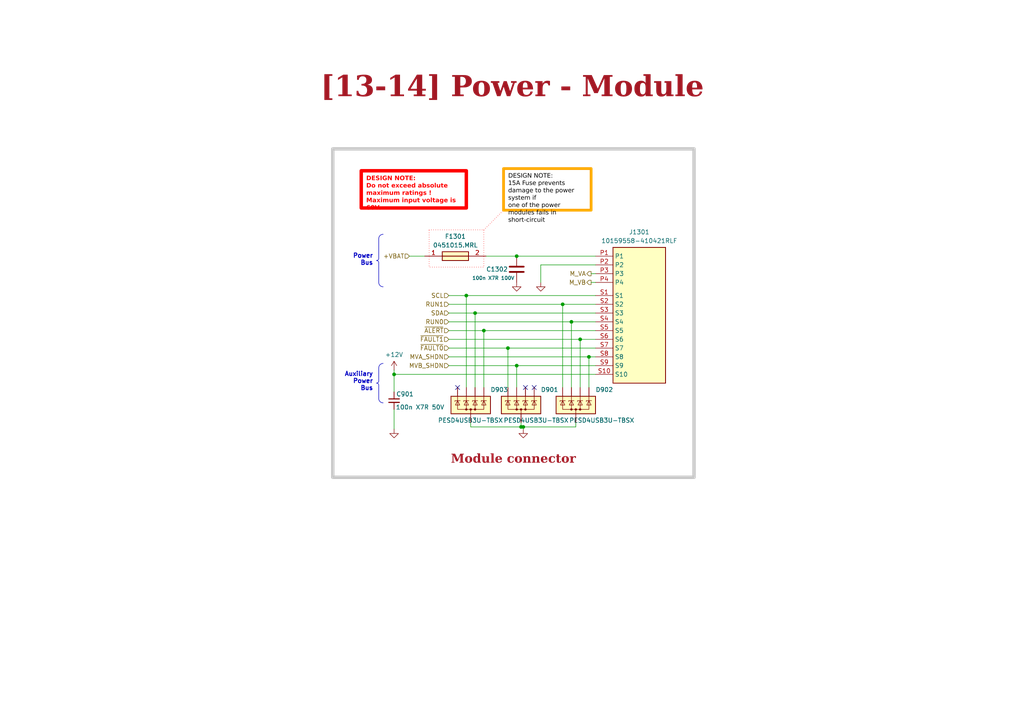
<source format=kicad_sch>
(kicad_sch (version 20231120) (generator "eeschema") (generator_version "8.0")
  (paper "A4")
  (lib_symbols
    (symbol "0451015_MRL:0451015.MRL" (pin_names hide)
      (property "Reference" "F" (at 8.89 5.715 0))
      (property "Value" "0451015.MRL" (at 3.175 3.81 0))
      (symbol "0451015.MRL_1_1"
        (polyline (pts (xy 5.08 0) (xy 12.7 0)) (stroke (width 0.254)))
        (rectangle (start 5.08 1.27) (end 12.7 -1.27) (stroke (width 0.254)) (fill (type background)))
        (pin passive line (at 0 0 0) (length 5.08) (name "1") (number "1"))
        (pin passive line (at 17.78 0 180) (length 5.08) (name "2") (number "2"))
      )
    )
    (symbol "0_power_protection:PESD4USB3U-TBSX" (pin_numbers hide) (pin_names hide)
      (property "Reference" "D" (at 6.35 1.27 0))
      (property "Value" "PESD4USB3U-TBSX" (at 6.35 -1.27 0))
      (symbol "PESD4USB3U-TBSX_0_1"
        (rectangle (start -5.715 2.54) (end 5.715 -2.54) (stroke (width 0.254)) (fill (type background)))
        (circle (center -1.27 -1.27) (radius 0.254) (fill (type outline)))
        (circle (center 0 -1.27) (radius 0.254) (fill (type outline)))
        (polyline (pts (xy -3.81 2.54) (xy -3.81 1.27)))
        (polyline (pts (xy -1.27 -1.27) (xy -1.27 1.27)))
        (polyline (pts (xy -1.27 2.54) (xy -1.27 1.27)))
        (polyline (pts (xy 0 -1.27) (xy 0 -2.54)))
        (polyline (pts (xy 1.27 2.54) (xy 1.27 1.27)))
        (polyline (pts (xy 3.81 2.54) (xy 3.81 1.27)))
        (polyline (pts (xy -4.572 1.016) (xy -4.572 1.27) (xy -3.048 1.27)))
        (polyline (pts (xy -0.508 1.27) (xy -2.032 1.27) (xy -2.032 1.016)))
        (polyline (pts (xy 3.81 1.27) (xy 3.81 -1.27) (xy 1.27 -1.27)))
        (polyline (pts (xy -3.81 1.27) (xy -3.81 -1.27) (xy 1.27 -1.27) (xy 1.27 1.27)))
        (polyline (pts (xy -3.81 1.27) (xy -3.175 0) (xy -4.445 0) (xy -3.81 1.27)))
        (polyline (pts (xy -0.635 0) (xy -1.905 0) (xy -1.27 1.27) (xy -0.635 0)))
        (polyline (pts (xy 0.508 1.016) (xy 0.508 1.27) (xy 1.905 1.27) (xy 2.032 1.27)))
        (polyline (pts (xy 1.27 1.27) (xy 0.635 0) (xy 1.905 0) (xy 1.27 1.27)))
        (polyline (pts (xy 3.048 1.016) (xy 3.048 1.27) (xy 4.445 1.27) (xy 4.572 1.27)))
        (polyline (pts (xy 3.81 1.27) (xy 3.175 0) (xy 4.445 0) (xy 3.81 1.27)))
        (circle (center 1.27 -1.27) (radius 0.254) (fill (type outline)))
      )
      (symbol "PESD4USB3U-TBSX_1_0"
        (pin passive line (at 0 -5.08 90) (length 2.54) (name "A") (number "3"))
        (pin passive line (at 0 -5.08 90) (length 2.54) hide (name "A") (number "8"))
      )
      (symbol "PESD4USB3U-TBSX_1_1"
        (pin passive line (at -3.81 5.08 270) (length 2.54) (name "K") (number "1"))
        (pin passive line (at -3.81 5.08 270) (length 2.54) hide (name "K") (number "10"))
        (pin passive line (at -1.27 5.08 270) (length 2.54) (name "K") (number "2"))
        (pin passive line (at 1.27 5.08 270) (length 2.54) (name "K") (number "4"))
        (pin passive line (at 3.81 5.08 270) (length 2.54) (name "K") (number "5"))
        (pin passive line (at 3.81 5.08 270) (length 2.54) hide (name "K") (number "6"))
        (pin passive line (at 1.27 5.08 270) (length 2.54) hide (name "K") (number "7"))
        (pin passive line (at -1.27 5.08 270) (length 2.54) hide (name "K") (number "9"))
      )
    )
    (symbol "10159558-410421RLF:10159558-410421RLF"
      (property "Reference" "J3" (at 12.7 6.985 0))
      (property "Value" "10159558-410421RLF" (at 12.7 4.445 0))
      (symbol "10159558-410421RLF_1_1"
        (rectangle (start 5.08 2.54) (end 20.32 -36.83) (stroke (width 0.254)) (fill (type background)))
        (pin no_connect line (at 25.4 0 180) (length 5.08) hide (name "MP1") (number "MP1"))
        (pin no_connect line (at 25.4 -2.54 180) (length 5.08) hide (name "MP2") (number "MP2"))
        (pin passive line (at 0 0 0) (length 5.08) (name "P1") (number "P1"))
        (pin passive line (at 0 -2.54 0) (length 5.08) (name "P2") (number "P2"))
        (pin passive line (at 0 -5.08 0) (length 5.08) (name "P3") (number "P3"))
        (pin passive line (at 0 -7.62 0) (length 5.08) (name "P4") (number "P4"))
        (pin passive line (at 0 -11.43 0) (length 5.08) (name "S1") (number "S1"))
        (pin passive line (at 0 -34.29 0) (length 5.08) (name "S10") (number "S10"))
        (pin passive line (at 0 -13.97 0) (length 5.08) (name "S2") (number "S2"))
        (pin passive line (at 0 -16.51 0) (length 5.08) (name "S3") (number "S3"))
        (pin passive line (at 0 -19.05 0) (length 5.08) (name "S4") (number "S4"))
        (pin passive line (at 0 -21.59 0) (length 5.08) (name "S5") (number "S5"))
        (pin passive line (at 0 -24.13 0) (length 5.08) (name "S6") (number "S6"))
        (pin passive line (at 0 -26.67 0) (length 5.08) (name "S7") (number "S7"))
        (pin passive line (at 0 -29.21 0) (length 5.08) (name "S8") (number "S8"))
        (pin passive line (at 0 -31.75 0) (length 5.08) (name "S9") (number "S9"))
      )
    )
    (symbol "Device:C" (pin_numbers hide) (pin_names (offset 0.254))
      (property "Reference" "C" (at 0.635 2.54 0))
      (property "Value" "C" (at 0.635 -2.54 0))
      (symbol "C_0_1"
        (polyline (pts (xy -2.032 -0.762) (xy 2.032 -0.762)) (stroke (width 0.508)))
        (polyline (pts (xy -2.032 0.762) (xy 2.032 0.762)) (stroke (width 0.508)))
      )
      (symbol "C_1_1"
        (pin passive line (at 0 3.81 270) (length 2.794) (name "~") (number "1"))
        (pin passive line (at 0 -3.81 90) (length 2.794) (name "~") (number "2"))
      )
    )
    (symbol "Device:C_Small" (pin_numbers hide) (pin_names (offset 0.254) hide)
      (property "Reference" "C" (at 0.254 1.778 0))
      (property "Value" "C_Small" (at 0.254 -2.032 0))
      (symbol "C_Small_0_1"
        (polyline (pts (xy -1.524 -0.508) (xy 1.524 -0.508)) (stroke (width 0.3302)))
        (polyline (pts (xy -1.524 0.508) (xy 1.524 0.508)) (stroke (width 0.3048)))
      )
      (symbol "C_Small_1_1"
        (pin passive line (at 0 2.54 270) (length 2.032) (name "~") (number "1"))
        (pin passive line (at 0 -2.54 90) (length 2.032) (name "~") (number "2"))
      )
    )
    (symbol "power:+12V" (power) (pin_names (offset 0))
      (property "Value" "+12V" (at 0 3.556 0))
      (symbol "+12V_0_1"
        (polyline (pts (xy -0.762 1.27) (xy 0 2.54)))
        (polyline (pts (xy 0 0) (xy 0 2.54)))
        (polyline (pts (xy 0 2.54) (xy 0.762 1.27)))
      )
      (symbol "+12V_1_1"
        (pin power_in line (at 0 0 90) (length 0) hide (name "+12V") (number "1"))
      )
    )
    (symbol "power:GND" (power) (pin_names (offset 0))
      (property "Value" "GND" (at 0 -3.81 0))
      (symbol "GND_0_1"
        (polyline (pts (xy 0 0) (xy 0 -1.27) (xy 1.27 -1.27) (xy 0 -2.54) (xy -1.27 -1.27) (xy 0 -1.27)))
      )
      (symbol "GND_1_1"
        (pin power_in line (at 0 0 270) (length 0) hide (name "GND") (number "1"))
      )
    )
  )
  (junction (at 151.13 123.825))
  (junction (at 140.335 95.885))
  (junction (at 151.765 123.825))
  (junction (at 170.815 103.505))
  (junction (at 165.735 93.345))
  (junction (at 135.255 85.725))
  (junction (at 163.195 88.265))
  (junction (at 147.32 100.965))
  (junction (at 149.86 106.045))
  (junction (at 114.3 108.585))
  (junction (at 168.275 98.425))
  (junction (at 137.795 90.805))
  (junction (at 149.86 74.295))
  (no_connect (at 154.94 112.395))
  (no_connect (at 132.715 112.395))
  (no_connect (at 152.4 112.395))
  (wire (pts (xy 130.175 98.425) (xy 168.275 98.425)))
  (wire (pts (xy 135.255 85.725) (xy 172.72 85.725)))
  (wire (pts (xy 114.3 108.585) (xy 114.3 113.665)))
  (wire (pts (xy 147.32 100.965) (xy 147.32 112.395)))
  (wire (pts (xy 170.815 103.505) (xy 172.72 103.505)))
  (wire (pts (xy 172.72 76.835) (xy 156.845 76.835)))
  (wire (pts (xy 114.3 107.315) (xy 114.3 108.585)))
  (wire (pts (xy 140.335 95.885) (xy 140.335 112.395)))
  (wire (pts (xy 136.525 123.825) (xy 151.13 123.825)))
  (wire (pts (xy 151.765 123.825) (xy 151.13 123.825)))
  (wire (pts (xy 149.86 106.045) (xy 172.72 106.045)))
  (polyline (pts (xy 109.855 69.21) (xy 109.855 74.93)))
  (wire (pts (xy 135.255 85.725) (xy 135.255 112.395)))
  (wire (pts (xy 165.735 93.345) (xy 172.72 93.345)))
  (wire (pts (xy 151.13 122.555) (xy 151.13 123.825)))
  (wire (pts (xy 130.175 93.345) (xy 165.735 93.345)))
  (wire (pts (xy 130.175 106.045) (xy 149.86 106.045)))
  (polyline (pts (xy 109.855 106.68) (xy 109.855 110.49)))
  (wire (pts (xy 130.175 88.265) (xy 163.195 88.265)))
  (wire (pts (xy 163.195 88.265) (xy 172.72 88.265)))
  (wire (pts (xy 156.845 76.835) (xy 156.845 81.915)))
  (wire (pts (xy 118.745 74.295) (xy 123.19 74.295)))
  (wire (pts (xy 171.45 81.915) (xy 172.72 81.915)))
  (polyline (pts (xy 109.855 111.76) (xy 109.855 115.57)))
  (wire (pts (xy 168.275 98.425) (xy 172.72 98.425)))
  (wire (pts (xy 149.86 74.295) (xy 172.72 74.295)))
  (wire (pts (xy 167.005 122.555) (xy 167.005 123.825)))
  (wire (pts (xy 140.335 95.885) (xy 172.72 95.885)))
  (wire (pts (xy 171.45 79.375) (xy 172.72 79.375)))
  (polyline (pts (xy 109.855 76.195) (xy 109.855 81.91)))
  (wire (pts (xy 130.175 103.505) (xy 170.815 103.505)))
  (wire (pts (xy 168.275 98.425) (xy 168.275 112.395)))
  (wire (pts (xy 136.525 122.555) (xy 136.525 123.825)))
  (wire (pts (xy 137.795 90.805) (xy 172.72 90.805)))
  (wire (pts (xy 114.3 124.46) (xy 114.3 118.745)))
  (wire (pts (xy 140.97 74.295) (xy 149.86 74.295)))
  (wire (pts (xy 165.735 93.345) (xy 165.735 112.395)))
  (wire (pts (xy 147.32 100.965) (xy 172.72 100.965)))
  (wire (pts (xy 130.175 90.805) (xy 137.795 90.805)))
  (wire (pts (xy 130.175 95.885) (xy 140.335 95.885)))
  (wire (pts (xy 163.195 88.265) (xy 163.195 112.395)))
  (wire (pts (xy 170.815 103.505) (xy 170.815 112.395)))
  (wire (pts (xy 130.175 100.965) (xy 147.32 100.965)))
  (wire (pts (xy 114.3 108.585) (xy 172.72 108.585)))
  (wire (pts (xy 151.765 124.46) (xy 151.765 123.825)))
  (polyline (pts (xy 140.335 66.675) (xy 146.05 60.96)) (stroke (width 0) (type dot) (color 255 0 0 1)))
  (wire (pts (xy 151.765 123.825) (xy 167.005 123.825)))
  (wire (pts (xy 130.175 85.725) (xy 135.255 85.725)))
  (wire (pts (xy 137.795 90.805) (xy 137.795 112.395)))
  (wire (pts (xy 149.86 106.045) (xy 149.86 112.395)))
  (arc (start 111.125 83.185) (mid 110.2255 82.8145) (end 109.855 81.915))
  (rectangle (start 124.46 66.675) (end 140.335 77.47) (stroke (width 0) (type dot) (color 255 0 0 1)))
  (arc (start 109.86 106.68) (mid 110.227 105.779) (end 111.125 105.41))
  (rectangle (start 96.52 43.18) (end 201.295 138.43) (stroke (width 1) (color 200 200 200 1)))
  (arc (start 109.225 111.12) (mid 109.6788 111.3027) (end 109.86 111.755))
  (arc (start 109.86 69.215) (mid 110.2255 68.3125) (end 111.125 67.945))
  (arc (start 109.225 75.56) (mid 109.6755 75.7445) (end 109.86 76.195))
  (arc (start 109.86 74.925) (mid 109.6697 75.3697) (end 109.225 75.56))
  (arc (start 109.86 110.485) (mid 109.6701 110.9315) (end 109.225 111.12))
  (arc (start 111.125 116.84) (mid 110.221 116.474) (end 109.855 115.57))
  (text_box "DESIGN NOTE:\n15A Fuse prevents damage to the power system if\none of the power modules fails in short-circuit" (at 146.05 48.895 0) (size 25.4 12.065) (stroke (width 0.8) (color 255 165 0 1)) (effects (font (size 1.27 1.27)) (justify left top)))
  (text_box "DESIGN NOTE:\nDo not exceed absolute maximum ratings ! Maximum input voltage is 60V." (at 104.775 49.53 0) (size 30.48 10.795) (stroke (width 1) (color 255 0 0 1)) (effects (font (size 1.27 1.27) (thickness 0.4) (bold yes)) (justify left top)))
  (text_box "Module connector \n" (at 96.52 129.54 0) (size 104.775 6.985) (stroke (width -0.0001)) (effects (font (size 2.54 2.54) (thickness 0.508) (bold yes)) (justify bottom)))
  (text_box "[13-14] Power - Module" (at 12.065 19.05 0) (size 273.05 12.7) (stroke (width -0.0001)) (effects (font (size 6 6) (thickness 1.2) (bold yes))))
  (text_box "Auxiliary Power Bus" (at 99.695 106.675 0) (size 9.525 5.715) (stroke (width -0.0001)) (effects (font (size 1.27 1.27) (thickness 0.254) (bold yes)) (justify right top)))
  (text_box "Power \nBus" (at 99.695 72.385 0) (size 9.525 5.715) (stroke (width -0.0001)) (effects (font (size 1.27 1.27) (thickness 0.254) (bold yes)) (justify right top)))
  (hierarchical_label "~{FAULT0}" (shape input) (at 130.175 100.965 180))
  (hierarchical_label "SCL" (shape input) (at 130.175 85.725 180))
  (hierarchical_label "RUN1" (shape input) (at 130.175 88.265 180))
  (hierarchical_label "~{FAULT1}" (shape input) (at 130.175 98.425 180))
  (hierarchical_label "M_VA" (shape output) (at 171.45 79.375 180))
  (hierarchical_label "+VBAT" (shape input) (at 118.745 74.295 180))
  (hierarchical_label "MVA_SHDN" (shape input) (at 130.175 103.505 180))
  (hierarchical_label "~{ALERT}" (shape input) (at 130.175 95.885 180))
  (hierarchical_label "MVB_SHDN" (shape input) (at 130.175 106.045 180))
  (hierarchical_label "RUN0" (shape input) (at 130.175 93.345 180))
  (hierarchical_label "M_VB" (shape output) (at 171.45 81.915 180))
  (hierarchical_label "SDA" (shape input) (at 130.175 90.805 180))
  (symbol (lib_id "0_power_protection:PESD4USB3U-TBSX") (at 136.525 117.475 0) (unit 1)
    (property "Reference" "D903" (at 142.24 113.03 0) (effects (justify left)))
    (property "Value" "PESD4USB3U-TBSX" (at 127 121.92 0) (effects (justify left)))
    (property "Footprint" "0_package_DFN_QFN:SOT1176D" (effects (hide yes)))
    (property "Datasheet" "https://assets.nexperia.com/documents/data-sheet/PESD4USB3U-TBS.pdf" (effects (hide yes)))
    (property "Description" "3.5V (Typ) Clamp 7A (8/20µs) Ipp Tvs Diode Surface Mount, Wettable Flank DFN2510D-10" (effects (hide yes)))
    (property "Manufacturer" "Nexperia USA Inc." (effects (hide yes)))
    (property "Manufacturer Part Number" "PESD4USB3U-TBSX" (effects (hide yes)))
    (property "Supplier 1" "Digikey" (effects (hide yes)))
    (property "Supplier Part Number 1" "1727-PESD4USB3U-TBSXCT-ND" (effects (hide yes)))
    (instances (project "smps_legged_robot" (path "" (reference "D903") (unit 1)) (path "" (reference "D1003") (unit 1))))
  )
  (symbol (lib_id "power:GND") (at 156.845 81.915 0) (unit 1)
    (property "Reference" "#PWR01306" (effects (hide yes)))
    (property "Value" "GND" (effects (hide yes)))
    (instances (project "smps_legged_robot" (path "" (reference "#PWR01306") (unit 1)) (path "" (reference "#PWR02506") (unit 1))))
  )
  (symbol (lib_id "power:GND") (at 149.86 81.915 0) (unit 1)
    (property "Reference" "#PWR01302" (effects (hide yes)))
    (property "Value" "GND" (effects (hide yes)))
    (instances (project "smps_legged_robot" (path "" (reference "#PWR01302") (unit 1)) (path "" (reference "#PWR01401") (unit 1))))
  )
  (symbol (lib_id "Device:C_Small") (at 114.3 116.205 0) (mirror y) (unit 1)
    (property "Reference" "C901" (at 120.015 114.3 0) (effects (justify left)))
    (property "Value" "100n X7R 50V" (at 128.905 118.11 0) (effects (justify left)))
    (property "Footprint" "0_capacitor_smd:C_0402_1005_DensityHigh" (effects (hide yes)))
    (property "Datasheet" "https://search.murata.co.jp/Ceramy/image/img/A01X/G101/ENG/GCM155R71H104KE02-01.pdf" (effects (hide yes)))
    (property "Description" "0.1 µF ±10% 50V Ceramic Capacitor X7R 0402 (1005 Metric)" (effects (hide yes)))
    (property "Manufacturer" "Murata Electronics" (effects (hide yes)))
    (property "Manufacturer Part Number" "GCM155R71H104KE02J" (effects (hide yes)))
    (property "Supplier 1" "Digikey" (effects (hide yes)))
    (property "Supplier Part Number 1" "490-14514-1-ND" (effects (hide yes)))
    (instances (project "smps_legged_robot" (path "" (reference "C901") (unit 1)) (path "" (reference "C1001") (unit 1))))
  )
  (symbol (lib_id "10159558-410421RLF:10159558-410421RLF") (at 172.72 74.295 0) (unit 1)
    (property "Reference" "J1301" (at 185.42 67.31 0))
    (property "Value" "10159558-410421RLF" (at 185.42 69.85 0))
    (property "Footprint" "0_connectors:10159558410421RLF" (effects (hide yes)))
    (property "Datasheet" "https://cdn.amphenol-cs.com/media/wysiwyg/files/documentation/datasheet/boardwiretoboard/bwb_combostak_powerstak.pdf" (effects (hide yes)))
    (property "Height" "8.2" (effects (hide yes)))
    (property "Mouser Part Number" "649-1015955841421RLF" (effects (hide yes)))
    (property "Mouser Price/Stock" "https://www.mouser.co.uk/ProductDetail/Amphenol-FCI/10159558-410421RLF?qs=QNEnbhJQKva7HjZyp6dv%2Fw%3D%3D" (effects (hide yes)))
    (property "Manufacturer_Name" "Amphenol Communications Solutions" (effects (hide yes)))
    (property "Manufacturer_Part_Number" "10159558-410421RLF" (effects (hide yes)))
    (instances (project "smps_legged_robot" (path "" (reference "J1301") (unit 1)) (path "" (reference "J2501") (unit 1))))
  )
  (symbol (lib_id "power:+12V") (at 114.3 107.315 0) (unit 1)
    (property "Reference" "#PWR0901" (effects (hide yes)))
    (property "Value" "+12V" (at 114.3 102.87 0))
    (instances (project "smps_legged_robot" (path "" (reference "#PWR0901") (unit 1)) (path "" (reference "#PWR01001") (unit 1))))
  )
  (symbol (lib_id "0_power_protection:PESD4USB3U-TBSX") (at 151.13 117.475 0) (unit 1)
    (property "Reference" "D901" (at 156.845 113.03 0) (effects (justify left)))
    (property "Value" "PESD4USB3U-TBSX" (at 146.05 121.92 0) (effects (justify left)))
    (property "Footprint" "0_package_DFN_QFN:SOT1176D" (effects (hide yes)))
    (property "Datasheet" "https://assets.nexperia.com/documents/data-sheet/PESD4USB3U-TBS.pdf" (effects (hide yes)))
    (property "Description" "3.5V (Typ) Clamp 7A (8/20µs) Ipp Tvs Diode Surface Mount, Wettable Flank DFN2510D-10" (effects (hide yes)))
    (property "Manufacturer" "Nexperia USA Inc." (effects (hide yes)))
    (property "Manufacturer Part Number" "PESD4USB3U-TBSX" (effects (hide yes)))
    (property "Supplier 1" "Digikey" (effects (hide yes)))
    (property "Supplier Part Number 1" "1727-PESD4USB3U-TBSXCT-ND" (effects (hide yes)))
    (instances (project "smps_legged_robot" (path "" (reference "D901") (unit 1)) (path "" (reference "D1001") (unit 1))))
  )
  (symbol (lib_id "power:GND") (at 151.765 124.46 0) (unit 1)
    (property "Reference" "#PWR01307" (effects (hide yes)))
    (property "Value" "GND" (effects (hide yes)))
    (instances (project "smps_legged_robot" (path "" (reference "#PWR01307") (unit 1)) (path "" (reference "#PWR02507") (unit 1))))
  )
  (symbol (lib_id "power:GND") (at 114.3 124.46 0) (unit 1)
    (property "Reference" "#PWR0902" (effects (hide yes)))
    (property "Value" "GND" (effects (hide yes)))
    (instances (project "smps_legged_robot" (path "" (reference "#PWR0902") (unit 1)) (path "" (reference "#PWR01002") (unit 1))))
  )
  (symbol (lib_id "Device:C") (at 149.86 78.105 0) (mirror y) (unit 1)
    (property "Reference" "C1302" (at 147.32 78.105 0) (effects (justify left)))
    (property "Value" "100n X7R 100V" (at 149.225 80.645 0) (effects (font (size 1.016 1.016)) (justify left)))
    (property "Footprint" "0_capacitor_smd:C_0603_1608_DensityHigh" (effects (hide yes)))
    (property "Datasheet" "https://mm.digikey.com/Volume0/opasdata/d220001/medias/docus/21/HMK107B7104KAHT_SS.pdf" (effects (hide yes)))
    (property "Description" "0.1 µF ±10% 100V Ceramic Capacitor X7R 0603 (1608 Metric)" (effects (hide yes)))
    (property "Manufacturer" "Taiyo Yuden" (effects (hide yes)))
    (property "Manufacturer Part Number" "HMK107B7104KAHT" (effects (hide yes)))
    (property "Supplier 1" "Digikey" (effects (hide yes)))
    (property "Supplier Part Number 1" "587-6009-1-ND" (effects (hide yes)))
    (instances (project "smps_legged_robot" (path "" (reference "C1302") (unit 1)) (path "" (reference "C1401") (unit 1))))
  )
  (symbol (lib_id "0_power_protection:PESD4USB3U-TBSX") (at 167.005 117.475 0) (unit 1)
    (property "Reference" "D902" (at 172.72 113.03 0) (effects (justify left)))
    (property "Value" "PESD4USB3U-TBSX" (at 165.1 121.92 0) (effects (justify left)))
    (property "Footprint" "0_package_DFN_QFN:SOT1176D" (effects (hide yes)))
    (property "Datasheet" "https://assets.nexperia.com/documents/data-sheet/PESD4USB3U-TBS.pdf" (effects (hide yes)))
    (property "Description" "3.5V (Typ) Clamp 7A (8/20µs) Ipp Tvs Diode Surface Mount, Wettable Flank DFN2510D-10" (effects (hide yes)))
    (property "Manufacturer" "Nexperia USA Inc." (effects (hide yes)))
    (property "Manufacturer Part Number" "PESD4USB3U-TBSX" (effects (hide yes)))
    (property "Supplier 1" "Digikey" (effects (hide yes)))
    (property "Supplier Part Number 1" "1727-PESD4USB3U-TBSXCT-ND" (effects (hide yes)))
    (instances (project "smps_legged_robot" (path "" (reference "D902") (unit 1)) (path "" (reference "D1002") (unit 1))))
  )
  (symbol (lib_id "0451015_MRL:0451015.MRL") (at 123.19 74.295 0) (unit 1)
    (property "Reference" "F1301" (at 132.08 68.58 0))
    (property "Value" "0451015.MRL" (at 132.08 71.12 0))
    (property "Footprint" "0_diode_smd:FUSC6127X294N" (effects (hide yes)))
    (property "Datasheet" "http://www.littelfuse.com/~/media/electronics/datasheets/fuses/littelfuse_fuse_451_453_datasheet.pdf.pdf" (effects (hide yes)))
    (property "Height" "2.94" (effects (hide yes)))
    (property "Mouser Part Number" "576-0451015.MRL" (effects (hide yes)))
    (property "Mouser Price/Stock" "https://www.mouser.co.uk/ProductDetail/Littelfuse/0451015.MRL?qs=bpnLQM2ZShzZ87Rm5CvzLA%3D%3D" (effects (hide yes)))
    (property "Manufacturer_Name" "LITTELFUSE" (effects (hide yes)))
    (property "Manufacturer_Part_Number" "0451015.MRL" (effects (hide yes)))
    (instances (project "smps_legged_robot" (path "" (reference "F1301") (unit 1)) (path "" (reference "F1401") (unit 1))))
  )
)
</source>
